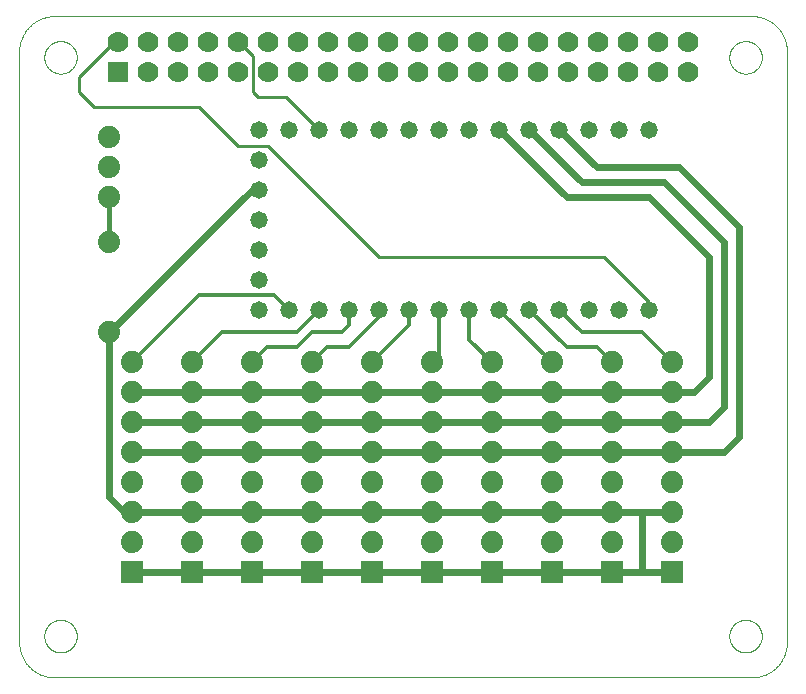
<source format=gtl>
G75*
%MOIN*%
%OFA0B0*%
%FSLAX25Y25*%
%IPPOS*%
%LPD*%
%AMOC8*
5,1,8,0,0,1.08239X$1,22.5*
%
%ADD10C,0.05800*%
%ADD11R,0.07400X0.07400*%
%ADD12C,0.07400*%
%ADD13C,0.00000*%
%ADD14R,0.07000X0.07000*%
%ADD15C,0.07000*%
%ADD16C,0.02400*%
%ADD17C,0.01000*%
%ADD18C,0.01200*%
%ADD19C,0.01600*%
D10*
X0085000Y0127500D03*
X0085000Y0137500D03*
X0095000Y0127500D03*
X0105000Y0127500D03*
X0115000Y0127500D03*
X0125000Y0127500D03*
X0135000Y0127500D03*
X0145000Y0127500D03*
X0155000Y0127500D03*
X0165000Y0127500D03*
X0175000Y0127500D03*
X0185000Y0127500D03*
X0195000Y0127500D03*
X0205000Y0127500D03*
X0215000Y0127500D03*
X0215000Y0187500D03*
X0205000Y0187500D03*
X0195000Y0187500D03*
X0185000Y0187500D03*
X0175000Y0187500D03*
X0165000Y0187500D03*
X0155000Y0187500D03*
X0145000Y0187500D03*
X0135000Y0187500D03*
X0125000Y0187500D03*
X0115000Y0187500D03*
X0105000Y0187500D03*
X0095000Y0187500D03*
X0085000Y0187500D03*
X0085000Y0177500D03*
X0085000Y0167500D03*
X0085000Y0157500D03*
X0085000Y0147500D03*
D11*
X0082500Y0040000D03*
X0062500Y0040000D03*
X0042500Y0040000D03*
X0102500Y0040000D03*
X0122500Y0040000D03*
X0142500Y0040000D03*
X0162500Y0040000D03*
X0182500Y0040000D03*
X0202500Y0040000D03*
X0222500Y0040000D03*
D12*
X0222500Y0050000D03*
X0222500Y0060000D03*
X0222500Y0070000D03*
X0222500Y0080000D03*
X0222500Y0090000D03*
X0222500Y0100000D03*
X0222500Y0110000D03*
X0202500Y0110000D03*
X0202500Y0100000D03*
X0202500Y0090000D03*
X0202500Y0080000D03*
X0202500Y0070000D03*
X0202500Y0060000D03*
X0202500Y0050000D03*
X0182500Y0050000D03*
X0182500Y0060000D03*
X0182500Y0070000D03*
X0182500Y0080000D03*
X0182500Y0090000D03*
X0182500Y0100000D03*
X0182500Y0110000D03*
X0162500Y0110000D03*
X0162500Y0100000D03*
X0162500Y0090000D03*
X0162500Y0080000D03*
X0162500Y0070000D03*
X0162500Y0060000D03*
X0162500Y0050000D03*
X0142500Y0050000D03*
X0142500Y0060000D03*
X0142500Y0070000D03*
X0142500Y0080000D03*
X0142500Y0090000D03*
X0142500Y0100000D03*
X0142500Y0110000D03*
X0122500Y0110000D03*
X0122500Y0100000D03*
X0122500Y0090000D03*
X0122500Y0080000D03*
X0122500Y0070000D03*
X0122500Y0060000D03*
X0122500Y0050000D03*
X0102500Y0050000D03*
X0102500Y0060000D03*
X0102500Y0070000D03*
X0102500Y0080000D03*
X0102500Y0090000D03*
X0102500Y0100000D03*
X0102500Y0110000D03*
X0082500Y0110000D03*
X0082500Y0100000D03*
X0082500Y0090000D03*
X0082500Y0080000D03*
X0082500Y0070000D03*
X0082500Y0060000D03*
X0082500Y0050000D03*
X0062500Y0050000D03*
X0062500Y0060000D03*
X0062500Y0070000D03*
X0062500Y0080000D03*
X0062500Y0090000D03*
X0062500Y0100000D03*
X0062500Y0110000D03*
X0042500Y0110000D03*
X0042500Y0100000D03*
X0042500Y0090000D03*
X0042500Y0080000D03*
X0042500Y0070000D03*
X0042500Y0060000D03*
X0042500Y0050000D03*
X0035000Y0120000D03*
X0035000Y0150000D03*
X0035000Y0165000D03*
X0035000Y0175000D03*
X0035000Y0185000D03*
D13*
X0016811Y0005000D02*
X0249094Y0005000D01*
X0249379Y0005003D01*
X0249665Y0005014D01*
X0249950Y0005031D01*
X0250234Y0005055D01*
X0250518Y0005086D01*
X0250801Y0005124D01*
X0251082Y0005169D01*
X0251363Y0005220D01*
X0251643Y0005278D01*
X0251921Y0005343D01*
X0252197Y0005415D01*
X0252471Y0005493D01*
X0252744Y0005578D01*
X0253014Y0005670D01*
X0253282Y0005768D01*
X0253548Y0005872D01*
X0253811Y0005983D01*
X0254071Y0006100D01*
X0254329Y0006223D01*
X0254583Y0006353D01*
X0254834Y0006489D01*
X0255082Y0006630D01*
X0255326Y0006778D01*
X0255567Y0006931D01*
X0255803Y0007091D01*
X0256036Y0007256D01*
X0256265Y0007426D01*
X0256490Y0007602D01*
X0256710Y0007784D01*
X0256926Y0007970D01*
X0257137Y0008162D01*
X0257344Y0008359D01*
X0257546Y0008561D01*
X0257743Y0008768D01*
X0257935Y0008979D01*
X0258121Y0009195D01*
X0258303Y0009415D01*
X0258479Y0009640D01*
X0258649Y0009869D01*
X0258814Y0010102D01*
X0258974Y0010338D01*
X0259127Y0010579D01*
X0259275Y0010823D01*
X0259416Y0011071D01*
X0259552Y0011322D01*
X0259682Y0011576D01*
X0259805Y0011834D01*
X0259922Y0012094D01*
X0260033Y0012357D01*
X0260137Y0012623D01*
X0260235Y0012891D01*
X0260327Y0013161D01*
X0260412Y0013434D01*
X0260490Y0013708D01*
X0260562Y0013984D01*
X0260627Y0014262D01*
X0260685Y0014542D01*
X0260736Y0014823D01*
X0260781Y0015104D01*
X0260819Y0015387D01*
X0260850Y0015671D01*
X0260874Y0015955D01*
X0260891Y0016240D01*
X0260902Y0016526D01*
X0260905Y0016811D01*
X0260906Y0016811D02*
X0260906Y0213661D01*
X0260905Y0213661D02*
X0260902Y0213946D01*
X0260891Y0214232D01*
X0260874Y0214517D01*
X0260850Y0214801D01*
X0260819Y0215085D01*
X0260781Y0215368D01*
X0260736Y0215649D01*
X0260685Y0215930D01*
X0260627Y0216210D01*
X0260562Y0216488D01*
X0260490Y0216764D01*
X0260412Y0217038D01*
X0260327Y0217311D01*
X0260235Y0217581D01*
X0260137Y0217849D01*
X0260033Y0218115D01*
X0259922Y0218378D01*
X0259805Y0218638D01*
X0259682Y0218896D01*
X0259552Y0219150D01*
X0259416Y0219401D01*
X0259275Y0219649D01*
X0259127Y0219893D01*
X0258974Y0220134D01*
X0258814Y0220370D01*
X0258649Y0220603D01*
X0258479Y0220832D01*
X0258303Y0221057D01*
X0258121Y0221277D01*
X0257935Y0221493D01*
X0257743Y0221704D01*
X0257546Y0221911D01*
X0257344Y0222113D01*
X0257137Y0222310D01*
X0256926Y0222502D01*
X0256710Y0222688D01*
X0256490Y0222870D01*
X0256265Y0223046D01*
X0256036Y0223216D01*
X0255803Y0223381D01*
X0255567Y0223541D01*
X0255326Y0223694D01*
X0255082Y0223842D01*
X0254834Y0223983D01*
X0254583Y0224119D01*
X0254329Y0224249D01*
X0254071Y0224372D01*
X0253811Y0224489D01*
X0253548Y0224600D01*
X0253282Y0224704D01*
X0253014Y0224802D01*
X0252744Y0224894D01*
X0252471Y0224979D01*
X0252197Y0225057D01*
X0251921Y0225129D01*
X0251643Y0225194D01*
X0251363Y0225252D01*
X0251082Y0225303D01*
X0250801Y0225348D01*
X0250518Y0225386D01*
X0250234Y0225417D01*
X0249950Y0225441D01*
X0249665Y0225458D01*
X0249379Y0225469D01*
X0249094Y0225472D01*
X0016811Y0225472D01*
X0016526Y0225469D01*
X0016240Y0225458D01*
X0015955Y0225441D01*
X0015671Y0225417D01*
X0015387Y0225386D01*
X0015104Y0225348D01*
X0014823Y0225303D01*
X0014542Y0225252D01*
X0014262Y0225194D01*
X0013984Y0225129D01*
X0013708Y0225057D01*
X0013434Y0224979D01*
X0013161Y0224894D01*
X0012891Y0224802D01*
X0012623Y0224704D01*
X0012357Y0224600D01*
X0012094Y0224489D01*
X0011834Y0224372D01*
X0011576Y0224249D01*
X0011322Y0224119D01*
X0011071Y0223983D01*
X0010823Y0223842D01*
X0010579Y0223694D01*
X0010338Y0223541D01*
X0010102Y0223381D01*
X0009869Y0223216D01*
X0009640Y0223046D01*
X0009415Y0222870D01*
X0009195Y0222688D01*
X0008979Y0222502D01*
X0008768Y0222310D01*
X0008561Y0222113D01*
X0008359Y0221911D01*
X0008162Y0221704D01*
X0007970Y0221493D01*
X0007784Y0221277D01*
X0007602Y0221057D01*
X0007426Y0220832D01*
X0007256Y0220603D01*
X0007091Y0220370D01*
X0006931Y0220134D01*
X0006778Y0219893D01*
X0006630Y0219649D01*
X0006489Y0219401D01*
X0006353Y0219150D01*
X0006223Y0218896D01*
X0006100Y0218638D01*
X0005983Y0218378D01*
X0005872Y0218115D01*
X0005768Y0217849D01*
X0005670Y0217581D01*
X0005578Y0217311D01*
X0005493Y0217038D01*
X0005415Y0216764D01*
X0005343Y0216488D01*
X0005278Y0216210D01*
X0005220Y0215930D01*
X0005169Y0215649D01*
X0005124Y0215368D01*
X0005086Y0215085D01*
X0005055Y0214801D01*
X0005031Y0214517D01*
X0005014Y0214232D01*
X0005003Y0213946D01*
X0005000Y0213661D01*
X0005000Y0016811D01*
X0005003Y0016526D01*
X0005014Y0016240D01*
X0005031Y0015955D01*
X0005055Y0015671D01*
X0005086Y0015387D01*
X0005124Y0015104D01*
X0005169Y0014823D01*
X0005220Y0014542D01*
X0005278Y0014262D01*
X0005343Y0013984D01*
X0005415Y0013708D01*
X0005493Y0013434D01*
X0005578Y0013161D01*
X0005670Y0012891D01*
X0005768Y0012623D01*
X0005872Y0012357D01*
X0005983Y0012094D01*
X0006100Y0011834D01*
X0006223Y0011576D01*
X0006353Y0011322D01*
X0006489Y0011071D01*
X0006630Y0010823D01*
X0006778Y0010579D01*
X0006931Y0010338D01*
X0007091Y0010102D01*
X0007256Y0009869D01*
X0007426Y0009640D01*
X0007602Y0009415D01*
X0007784Y0009195D01*
X0007970Y0008979D01*
X0008162Y0008768D01*
X0008359Y0008561D01*
X0008561Y0008359D01*
X0008768Y0008162D01*
X0008979Y0007970D01*
X0009195Y0007784D01*
X0009415Y0007602D01*
X0009640Y0007426D01*
X0009869Y0007256D01*
X0010102Y0007091D01*
X0010338Y0006931D01*
X0010579Y0006778D01*
X0010823Y0006630D01*
X0011071Y0006489D01*
X0011322Y0006353D01*
X0011576Y0006223D01*
X0011834Y0006100D01*
X0012094Y0005983D01*
X0012357Y0005872D01*
X0012623Y0005768D01*
X0012891Y0005670D01*
X0013161Y0005578D01*
X0013434Y0005493D01*
X0013708Y0005415D01*
X0013984Y0005343D01*
X0014262Y0005278D01*
X0014542Y0005220D01*
X0014823Y0005169D01*
X0015104Y0005124D01*
X0015387Y0005086D01*
X0015671Y0005055D01*
X0015955Y0005031D01*
X0016240Y0005014D01*
X0016526Y0005003D01*
X0016811Y0005000D01*
X0013367Y0018780D02*
X0013369Y0018927D01*
X0013375Y0019073D01*
X0013385Y0019219D01*
X0013399Y0019365D01*
X0013417Y0019511D01*
X0013438Y0019656D01*
X0013464Y0019800D01*
X0013494Y0019944D01*
X0013527Y0020086D01*
X0013564Y0020228D01*
X0013605Y0020369D01*
X0013650Y0020508D01*
X0013699Y0020647D01*
X0013751Y0020784D01*
X0013808Y0020919D01*
X0013867Y0021053D01*
X0013931Y0021185D01*
X0013998Y0021315D01*
X0014068Y0021444D01*
X0014142Y0021571D01*
X0014219Y0021695D01*
X0014300Y0021818D01*
X0014384Y0021938D01*
X0014471Y0022056D01*
X0014561Y0022171D01*
X0014654Y0022284D01*
X0014751Y0022395D01*
X0014850Y0022503D01*
X0014952Y0022608D01*
X0015057Y0022710D01*
X0015165Y0022809D01*
X0015276Y0022906D01*
X0015389Y0022999D01*
X0015504Y0023089D01*
X0015622Y0023176D01*
X0015742Y0023260D01*
X0015865Y0023341D01*
X0015989Y0023418D01*
X0016116Y0023492D01*
X0016245Y0023562D01*
X0016375Y0023629D01*
X0016507Y0023693D01*
X0016641Y0023752D01*
X0016776Y0023809D01*
X0016913Y0023861D01*
X0017052Y0023910D01*
X0017191Y0023955D01*
X0017332Y0023996D01*
X0017474Y0024033D01*
X0017616Y0024066D01*
X0017760Y0024096D01*
X0017904Y0024122D01*
X0018049Y0024143D01*
X0018195Y0024161D01*
X0018341Y0024175D01*
X0018487Y0024185D01*
X0018633Y0024191D01*
X0018780Y0024193D01*
X0018927Y0024191D01*
X0019073Y0024185D01*
X0019219Y0024175D01*
X0019365Y0024161D01*
X0019511Y0024143D01*
X0019656Y0024122D01*
X0019800Y0024096D01*
X0019944Y0024066D01*
X0020086Y0024033D01*
X0020228Y0023996D01*
X0020369Y0023955D01*
X0020508Y0023910D01*
X0020647Y0023861D01*
X0020784Y0023809D01*
X0020919Y0023752D01*
X0021053Y0023693D01*
X0021185Y0023629D01*
X0021315Y0023562D01*
X0021444Y0023492D01*
X0021571Y0023418D01*
X0021695Y0023341D01*
X0021818Y0023260D01*
X0021938Y0023176D01*
X0022056Y0023089D01*
X0022171Y0022999D01*
X0022284Y0022906D01*
X0022395Y0022809D01*
X0022503Y0022710D01*
X0022608Y0022608D01*
X0022710Y0022503D01*
X0022809Y0022395D01*
X0022906Y0022284D01*
X0022999Y0022171D01*
X0023089Y0022056D01*
X0023176Y0021938D01*
X0023260Y0021818D01*
X0023341Y0021695D01*
X0023418Y0021571D01*
X0023492Y0021444D01*
X0023562Y0021315D01*
X0023629Y0021185D01*
X0023693Y0021053D01*
X0023752Y0020919D01*
X0023809Y0020784D01*
X0023861Y0020647D01*
X0023910Y0020508D01*
X0023955Y0020369D01*
X0023996Y0020228D01*
X0024033Y0020086D01*
X0024066Y0019944D01*
X0024096Y0019800D01*
X0024122Y0019656D01*
X0024143Y0019511D01*
X0024161Y0019365D01*
X0024175Y0019219D01*
X0024185Y0019073D01*
X0024191Y0018927D01*
X0024193Y0018780D01*
X0024191Y0018633D01*
X0024185Y0018487D01*
X0024175Y0018341D01*
X0024161Y0018195D01*
X0024143Y0018049D01*
X0024122Y0017904D01*
X0024096Y0017760D01*
X0024066Y0017616D01*
X0024033Y0017474D01*
X0023996Y0017332D01*
X0023955Y0017191D01*
X0023910Y0017052D01*
X0023861Y0016913D01*
X0023809Y0016776D01*
X0023752Y0016641D01*
X0023693Y0016507D01*
X0023629Y0016375D01*
X0023562Y0016245D01*
X0023492Y0016116D01*
X0023418Y0015989D01*
X0023341Y0015865D01*
X0023260Y0015742D01*
X0023176Y0015622D01*
X0023089Y0015504D01*
X0022999Y0015389D01*
X0022906Y0015276D01*
X0022809Y0015165D01*
X0022710Y0015057D01*
X0022608Y0014952D01*
X0022503Y0014850D01*
X0022395Y0014751D01*
X0022284Y0014654D01*
X0022171Y0014561D01*
X0022056Y0014471D01*
X0021938Y0014384D01*
X0021818Y0014300D01*
X0021695Y0014219D01*
X0021571Y0014142D01*
X0021444Y0014068D01*
X0021315Y0013998D01*
X0021185Y0013931D01*
X0021053Y0013867D01*
X0020919Y0013808D01*
X0020784Y0013751D01*
X0020647Y0013699D01*
X0020508Y0013650D01*
X0020369Y0013605D01*
X0020228Y0013564D01*
X0020086Y0013527D01*
X0019944Y0013494D01*
X0019800Y0013464D01*
X0019656Y0013438D01*
X0019511Y0013417D01*
X0019365Y0013399D01*
X0019219Y0013385D01*
X0019073Y0013375D01*
X0018927Y0013369D01*
X0018780Y0013367D01*
X0018633Y0013369D01*
X0018487Y0013375D01*
X0018341Y0013385D01*
X0018195Y0013399D01*
X0018049Y0013417D01*
X0017904Y0013438D01*
X0017760Y0013464D01*
X0017616Y0013494D01*
X0017474Y0013527D01*
X0017332Y0013564D01*
X0017191Y0013605D01*
X0017052Y0013650D01*
X0016913Y0013699D01*
X0016776Y0013751D01*
X0016641Y0013808D01*
X0016507Y0013867D01*
X0016375Y0013931D01*
X0016245Y0013998D01*
X0016116Y0014068D01*
X0015989Y0014142D01*
X0015865Y0014219D01*
X0015742Y0014300D01*
X0015622Y0014384D01*
X0015504Y0014471D01*
X0015389Y0014561D01*
X0015276Y0014654D01*
X0015165Y0014751D01*
X0015057Y0014850D01*
X0014952Y0014952D01*
X0014850Y0015057D01*
X0014751Y0015165D01*
X0014654Y0015276D01*
X0014561Y0015389D01*
X0014471Y0015504D01*
X0014384Y0015622D01*
X0014300Y0015742D01*
X0014219Y0015865D01*
X0014142Y0015989D01*
X0014068Y0016116D01*
X0013998Y0016245D01*
X0013931Y0016375D01*
X0013867Y0016507D01*
X0013808Y0016641D01*
X0013751Y0016776D01*
X0013699Y0016913D01*
X0013650Y0017052D01*
X0013605Y0017191D01*
X0013564Y0017332D01*
X0013527Y0017474D01*
X0013494Y0017616D01*
X0013464Y0017760D01*
X0013438Y0017904D01*
X0013417Y0018049D01*
X0013399Y0018195D01*
X0013385Y0018341D01*
X0013375Y0018487D01*
X0013369Y0018633D01*
X0013367Y0018780D01*
X0013367Y0211693D02*
X0013369Y0211840D01*
X0013375Y0211986D01*
X0013385Y0212132D01*
X0013399Y0212278D01*
X0013417Y0212424D01*
X0013438Y0212569D01*
X0013464Y0212713D01*
X0013494Y0212857D01*
X0013527Y0212999D01*
X0013564Y0213141D01*
X0013605Y0213282D01*
X0013650Y0213421D01*
X0013699Y0213560D01*
X0013751Y0213697D01*
X0013808Y0213832D01*
X0013867Y0213966D01*
X0013931Y0214098D01*
X0013998Y0214228D01*
X0014068Y0214357D01*
X0014142Y0214484D01*
X0014219Y0214608D01*
X0014300Y0214731D01*
X0014384Y0214851D01*
X0014471Y0214969D01*
X0014561Y0215084D01*
X0014654Y0215197D01*
X0014751Y0215308D01*
X0014850Y0215416D01*
X0014952Y0215521D01*
X0015057Y0215623D01*
X0015165Y0215722D01*
X0015276Y0215819D01*
X0015389Y0215912D01*
X0015504Y0216002D01*
X0015622Y0216089D01*
X0015742Y0216173D01*
X0015865Y0216254D01*
X0015989Y0216331D01*
X0016116Y0216405D01*
X0016245Y0216475D01*
X0016375Y0216542D01*
X0016507Y0216606D01*
X0016641Y0216665D01*
X0016776Y0216722D01*
X0016913Y0216774D01*
X0017052Y0216823D01*
X0017191Y0216868D01*
X0017332Y0216909D01*
X0017474Y0216946D01*
X0017616Y0216979D01*
X0017760Y0217009D01*
X0017904Y0217035D01*
X0018049Y0217056D01*
X0018195Y0217074D01*
X0018341Y0217088D01*
X0018487Y0217098D01*
X0018633Y0217104D01*
X0018780Y0217106D01*
X0018927Y0217104D01*
X0019073Y0217098D01*
X0019219Y0217088D01*
X0019365Y0217074D01*
X0019511Y0217056D01*
X0019656Y0217035D01*
X0019800Y0217009D01*
X0019944Y0216979D01*
X0020086Y0216946D01*
X0020228Y0216909D01*
X0020369Y0216868D01*
X0020508Y0216823D01*
X0020647Y0216774D01*
X0020784Y0216722D01*
X0020919Y0216665D01*
X0021053Y0216606D01*
X0021185Y0216542D01*
X0021315Y0216475D01*
X0021444Y0216405D01*
X0021571Y0216331D01*
X0021695Y0216254D01*
X0021818Y0216173D01*
X0021938Y0216089D01*
X0022056Y0216002D01*
X0022171Y0215912D01*
X0022284Y0215819D01*
X0022395Y0215722D01*
X0022503Y0215623D01*
X0022608Y0215521D01*
X0022710Y0215416D01*
X0022809Y0215308D01*
X0022906Y0215197D01*
X0022999Y0215084D01*
X0023089Y0214969D01*
X0023176Y0214851D01*
X0023260Y0214731D01*
X0023341Y0214608D01*
X0023418Y0214484D01*
X0023492Y0214357D01*
X0023562Y0214228D01*
X0023629Y0214098D01*
X0023693Y0213966D01*
X0023752Y0213832D01*
X0023809Y0213697D01*
X0023861Y0213560D01*
X0023910Y0213421D01*
X0023955Y0213282D01*
X0023996Y0213141D01*
X0024033Y0212999D01*
X0024066Y0212857D01*
X0024096Y0212713D01*
X0024122Y0212569D01*
X0024143Y0212424D01*
X0024161Y0212278D01*
X0024175Y0212132D01*
X0024185Y0211986D01*
X0024191Y0211840D01*
X0024193Y0211693D01*
X0024191Y0211546D01*
X0024185Y0211400D01*
X0024175Y0211254D01*
X0024161Y0211108D01*
X0024143Y0210962D01*
X0024122Y0210817D01*
X0024096Y0210673D01*
X0024066Y0210529D01*
X0024033Y0210387D01*
X0023996Y0210245D01*
X0023955Y0210104D01*
X0023910Y0209965D01*
X0023861Y0209826D01*
X0023809Y0209689D01*
X0023752Y0209554D01*
X0023693Y0209420D01*
X0023629Y0209288D01*
X0023562Y0209158D01*
X0023492Y0209029D01*
X0023418Y0208902D01*
X0023341Y0208778D01*
X0023260Y0208655D01*
X0023176Y0208535D01*
X0023089Y0208417D01*
X0022999Y0208302D01*
X0022906Y0208189D01*
X0022809Y0208078D01*
X0022710Y0207970D01*
X0022608Y0207865D01*
X0022503Y0207763D01*
X0022395Y0207664D01*
X0022284Y0207567D01*
X0022171Y0207474D01*
X0022056Y0207384D01*
X0021938Y0207297D01*
X0021818Y0207213D01*
X0021695Y0207132D01*
X0021571Y0207055D01*
X0021444Y0206981D01*
X0021315Y0206911D01*
X0021185Y0206844D01*
X0021053Y0206780D01*
X0020919Y0206721D01*
X0020784Y0206664D01*
X0020647Y0206612D01*
X0020508Y0206563D01*
X0020369Y0206518D01*
X0020228Y0206477D01*
X0020086Y0206440D01*
X0019944Y0206407D01*
X0019800Y0206377D01*
X0019656Y0206351D01*
X0019511Y0206330D01*
X0019365Y0206312D01*
X0019219Y0206298D01*
X0019073Y0206288D01*
X0018927Y0206282D01*
X0018780Y0206280D01*
X0018633Y0206282D01*
X0018487Y0206288D01*
X0018341Y0206298D01*
X0018195Y0206312D01*
X0018049Y0206330D01*
X0017904Y0206351D01*
X0017760Y0206377D01*
X0017616Y0206407D01*
X0017474Y0206440D01*
X0017332Y0206477D01*
X0017191Y0206518D01*
X0017052Y0206563D01*
X0016913Y0206612D01*
X0016776Y0206664D01*
X0016641Y0206721D01*
X0016507Y0206780D01*
X0016375Y0206844D01*
X0016245Y0206911D01*
X0016116Y0206981D01*
X0015989Y0207055D01*
X0015865Y0207132D01*
X0015742Y0207213D01*
X0015622Y0207297D01*
X0015504Y0207384D01*
X0015389Y0207474D01*
X0015276Y0207567D01*
X0015165Y0207664D01*
X0015057Y0207763D01*
X0014952Y0207865D01*
X0014850Y0207970D01*
X0014751Y0208078D01*
X0014654Y0208189D01*
X0014561Y0208302D01*
X0014471Y0208417D01*
X0014384Y0208535D01*
X0014300Y0208655D01*
X0014219Y0208778D01*
X0014142Y0208902D01*
X0014068Y0209029D01*
X0013998Y0209158D01*
X0013931Y0209288D01*
X0013867Y0209420D01*
X0013808Y0209554D01*
X0013751Y0209689D01*
X0013699Y0209826D01*
X0013650Y0209965D01*
X0013605Y0210104D01*
X0013564Y0210245D01*
X0013527Y0210387D01*
X0013494Y0210529D01*
X0013464Y0210673D01*
X0013438Y0210817D01*
X0013417Y0210962D01*
X0013399Y0211108D01*
X0013385Y0211254D01*
X0013375Y0211400D01*
X0013369Y0211546D01*
X0013367Y0211693D01*
X0241713Y0211693D02*
X0241715Y0211840D01*
X0241721Y0211986D01*
X0241731Y0212132D01*
X0241745Y0212278D01*
X0241763Y0212424D01*
X0241784Y0212569D01*
X0241810Y0212713D01*
X0241840Y0212857D01*
X0241873Y0212999D01*
X0241910Y0213141D01*
X0241951Y0213282D01*
X0241996Y0213421D01*
X0242045Y0213560D01*
X0242097Y0213697D01*
X0242154Y0213832D01*
X0242213Y0213966D01*
X0242277Y0214098D01*
X0242344Y0214228D01*
X0242414Y0214357D01*
X0242488Y0214484D01*
X0242565Y0214608D01*
X0242646Y0214731D01*
X0242730Y0214851D01*
X0242817Y0214969D01*
X0242907Y0215084D01*
X0243000Y0215197D01*
X0243097Y0215308D01*
X0243196Y0215416D01*
X0243298Y0215521D01*
X0243403Y0215623D01*
X0243511Y0215722D01*
X0243622Y0215819D01*
X0243735Y0215912D01*
X0243850Y0216002D01*
X0243968Y0216089D01*
X0244088Y0216173D01*
X0244211Y0216254D01*
X0244335Y0216331D01*
X0244462Y0216405D01*
X0244591Y0216475D01*
X0244721Y0216542D01*
X0244853Y0216606D01*
X0244987Y0216665D01*
X0245122Y0216722D01*
X0245259Y0216774D01*
X0245398Y0216823D01*
X0245537Y0216868D01*
X0245678Y0216909D01*
X0245820Y0216946D01*
X0245962Y0216979D01*
X0246106Y0217009D01*
X0246250Y0217035D01*
X0246395Y0217056D01*
X0246541Y0217074D01*
X0246687Y0217088D01*
X0246833Y0217098D01*
X0246979Y0217104D01*
X0247126Y0217106D01*
X0247273Y0217104D01*
X0247419Y0217098D01*
X0247565Y0217088D01*
X0247711Y0217074D01*
X0247857Y0217056D01*
X0248002Y0217035D01*
X0248146Y0217009D01*
X0248290Y0216979D01*
X0248432Y0216946D01*
X0248574Y0216909D01*
X0248715Y0216868D01*
X0248854Y0216823D01*
X0248993Y0216774D01*
X0249130Y0216722D01*
X0249265Y0216665D01*
X0249399Y0216606D01*
X0249531Y0216542D01*
X0249661Y0216475D01*
X0249790Y0216405D01*
X0249917Y0216331D01*
X0250041Y0216254D01*
X0250164Y0216173D01*
X0250284Y0216089D01*
X0250402Y0216002D01*
X0250517Y0215912D01*
X0250630Y0215819D01*
X0250741Y0215722D01*
X0250849Y0215623D01*
X0250954Y0215521D01*
X0251056Y0215416D01*
X0251155Y0215308D01*
X0251252Y0215197D01*
X0251345Y0215084D01*
X0251435Y0214969D01*
X0251522Y0214851D01*
X0251606Y0214731D01*
X0251687Y0214608D01*
X0251764Y0214484D01*
X0251838Y0214357D01*
X0251908Y0214228D01*
X0251975Y0214098D01*
X0252039Y0213966D01*
X0252098Y0213832D01*
X0252155Y0213697D01*
X0252207Y0213560D01*
X0252256Y0213421D01*
X0252301Y0213282D01*
X0252342Y0213141D01*
X0252379Y0212999D01*
X0252412Y0212857D01*
X0252442Y0212713D01*
X0252468Y0212569D01*
X0252489Y0212424D01*
X0252507Y0212278D01*
X0252521Y0212132D01*
X0252531Y0211986D01*
X0252537Y0211840D01*
X0252539Y0211693D01*
X0252537Y0211546D01*
X0252531Y0211400D01*
X0252521Y0211254D01*
X0252507Y0211108D01*
X0252489Y0210962D01*
X0252468Y0210817D01*
X0252442Y0210673D01*
X0252412Y0210529D01*
X0252379Y0210387D01*
X0252342Y0210245D01*
X0252301Y0210104D01*
X0252256Y0209965D01*
X0252207Y0209826D01*
X0252155Y0209689D01*
X0252098Y0209554D01*
X0252039Y0209420D01*
X0251975Y0209288D01*
X0251908Y0209158D01*
X0251838Y0209029D01*
X0251764Y0208902D01*
X0251687Y0208778D01*
X0251606Y0208655D01*
X0251522Y0208535D01*
X0251435Y0208417D01*
X0251345Y0208302D01*
X0251252Y0208189D01*
X0251155Y0208078D01*
X0251056Y0207970D01*
X0250954Y0207865D01*
X0250849Y0207763D01*
X0250741Y0207664D01*
X0250630Y0207567D01*
X0250517Y0207474D01*
X0250402Y0207384D01*
X0250284Y0207297D01*
X0250164Y0207213D01*
X0250041Y0207132D01*
X0249917Y0207055D01*
X0249790Y0206981D01*
X0249661Y0206911D01*
X0249531Y0206844D01*
X0249399Y0206780D01*
X0249265Y0206721D01*
X0249130Y0206664D01*
X0248993Y0206612D01*
X0248854Y0206563D01*
X0248715Y0206518D01*
X0248574Y0206477D01*
X0248432Y0206440D01*
X0248290Y0206407D01*
X0248146Y0206377D01*
X0248002Y0206351D01*
X0247857Y0206330D01*
X0247711Y0206312D01*
X0247565Y0206298D01*
X0247419Y0206288D01*
X0247273Y0206282D01*
X0247126Y0206280D01*
X0246979Y0206282D01*
X0246833Y0206288D01*
X0246687Y0206298D01*
X0246541Y0206312D01*
X0246395Y0206330D01*
X0246250Y0206351D01*
X0246106Y0206377D01*
X0245962Y0206407D01*
X0245820Y0206440D01*
X0245678Y0206477D01*
X0245537Y0206518D01*
X0245398Y0206563D01*
X0245259Y0206612D01*
X0245122Y0206664D01*
X0244987Y0206721D01*
X0244853Y0206780D01*
X0244721Y0206844D01*
X0244591Y0206911D01*
X0244462Y0206981D01*
X0244335Y0207055D01*
X0244211Y0207132D01*
X0244088Y0207213D01*
X0243968Y0207297D01*
X0243850Y0207384D01*
X0243735Y0207474D01*
X0243622Y0207567D01*
X0243511Y0207664D01*
X0243403Y0207763D01*
X0243298Y0207865D01*
X0243196Y0207970D01*
X0243097Y0208078D01*
X0243000Y0208189D01*
X0242907Y0208302D01*
X0242817Y0208417D01*
X0242730Y0208535D01*
X0242646Y0208655D01*
X0242565Y0208778D01*
X0242488Y0208902D01*
X0242414Y0209029D01*
X0242344Y0209158D01*
X0242277Y0209288D01*
X0242213Y0209420D01*
X0242154Y0209554D01*
X0242097Y0209689D01*
X0242045Y0209826D01*
X0241996Y0209965D01*
X0241951Y0210104D01*
X0241910Y0210245D01*
X0241873Y0210387D01*
X0241840Y0210529D01*
X0241810Y0210673D01*
X0241784Y0210817D01*
X0241763Y0210962D01*
X0241745Y0211108D01*
X0241731Y0211254D01*
X0241721Y0211400D01*
X0241715Y0211546D01*
X0241713Y0211693D01*
X0241713Y0018780D02*
X0241715Y0018927D01*
X0241721Y0019073D01*
X0241731Y0019219D01*
X0241745Y0019365D01*
X0241763Y0019511D01*
X0241784Y0019656D01*
X0241810Y0019800D01*
X0241840Y0019944D01*
X0241873Y0020086D01*
X0241910Y0020228D01*
X0241951Y0020369D01*
X0241996Y0020508D01*
X0242045Y0020647D01*
X0242097Y0020784D01*
X0242154Y0020919D01*
X0242213Y0021053D01*
X0242277Y0021185D01*
X0242344Y0021315D01*
X0242414Y0021444D01*
X0242488Y0021571D01*
X0242565Y0021695D01*
X0242646Y0021818D01*
X0242730Y0021938D01*
X0242817Y0022056D01*
X0242907Y0022171D01*
X0243000Y0022284D01*
X0243097Y0022395D01*
X0243196Y0022503D01*
X0243298Y0022608D01*
X0243403Y0022710D01*
X0243511Y0022809D01*
X0243622Y0022906D01*
X0243735Y0022999D01*
X0243850Y0023089D01*
X0243968Y0023176D01*
X0244088Y0023260D01*
X0244211Y0023341D01*
X0244335Y0023418D01*
X0244462Y0023492D01*
X0244591Y0023562D01*
X0244721Y0023629D01*
X0244853Y0023693D01*
X0244987Y0023752D01*
X0245122Y0023809D01*
X0245259Y0023861D01*
X0245398Y0023910D01*
X0245537Y0023955D01*
X0245678Y0023996D01*
X0245820Y0024033D01*
X0245962Y0024066D01*
X0246106Y0024096D01*
X0246250Y0024122D01*
X0246395Y0024143D01*
X0246541Y0024161D01*
X0246687Y0024175D01*
X0246833Y0024185D01*
X0246979Y0024191D01*
X0247126Y0024193D01*
X0247273Y0024191D01*
X0247419Y0024185D01*
X0247565Y0024175D01*
X0247711Y0024161D01*
X0247857Y0024143D01*
X0248002Y0024122D01*
X0248146Y0024096D01*
X0248290Y0024066D01*
X0248432Y0024033D01*
X0248574Y0023996D01*
X0248715Y0023955D01*
X0248854Y0023910D01*
X0248993Y0023861D01*
X0249130Y0023809D01*
X0249265Y0023752D01*
X0249399Y0023693D01*
X0249531Y0023629D01*
X0249661Y0023562D01*
X0249790Y0023492D01*
X0249917Y0023418D01*
X0250041Y0023341D01*
X0250164Y0023260D01*
X0250284Y0023176D01*
X0250402Y0023089D01*
X0250517Y0022999D01*
X0250630Y0022906D01*
X0250741Y0022809D01*
X0250849Y0022710D01*
X0250954Y0022608D01*
X0251056Y0022503D01*
X0251155Y0022395D01*
X0251252Y0022284D01*
X0251345Y0022171D01*
X0251435Y0022056D01*
X0251522Y0021938D01*
X0251606Y0021818D01*
X0251687Y0021695D01*
X0251764Y0021571D01*
X0251838Y0021444D01*
X0251908Y0021315D01*
X0251975Y0021185D01*
X0252039Y0021053D01*
X0252098Y0020919D01*
X0252155Y0020784D01*
X0252207Y0020647D01*
X0252256Y0020508D01*
X0252301Y0020369D01*
X0252342Y0020228D01*
X0252379Y0020086D01*
X0252412Y0019944D01*
X0252442Y0019800D01*
X0252468Y0019656D01*
X0252489Y0019511D01*
X0252507Y0019365D01*
X0252521Y0019219D01*
X0252531Y0019073D01*
X0252537Y0018927D01*
X0252539Y0018780D01*
X0252537Y0018633D01*
X0252531Y0018487D01*
X0252521Y0018341D01*
X0252507Y0018195D01*
X0252489Y0018049D01*
X0252468Y0017904D01*
X0252442Y0017760D01*
X0252412Y0017616D01*
X0252379Y0017474D01*
X0252342Y0017332D01*
X0252301Y0017191D01*
X0252256Y0017052D01*
X0252207Y0016913D01*
X0252155Y0016776D01*
X0252098Y0016641D01*
X0252039Y0016507D01*
X0251975Y0016375D01*
X0251908Y0016245D01*
X0251838Y0016116D01*
X0251764Y0015989D01*
X0251687Y0015865D01*
X0251606Y0015742D01*
X0251522Y0015622D01*
X0251435Y0015504D01*
X0251345Y0015389D01*
X0251252Y0015276D01*
X0251155Y0015165D01*
X0251056Y0015057D01*
X0250954Y0014952D01*
X0250849Y0014850D01*
X0250741Y0014751D01*
X0250630Y0014654D01*
X0250517Y0014561D01*
X0250402Y0014471D01*
X0250284Y0014384D01*
X0250164Y0014300D01*
X0250041Y0014219D01*
X0249917Y0014142D01*
X0249790Y0014068D01*
X0249661Y0013998D01*
X0249531Y0013931D01*
X0249399Y0013867D01*
X0249265Y0013808D01*
X0249130Y0013751D01*
X0248993Y0013699D01*
X0248854Y0013650D01*
X0248715Y0013605D01*
X0248574Y0013564D01*
X0248432Y0013527D01*
X0248290Y0013494D01*
X0248146Y0013464D01*
X0248002Y0013438D01*
X0247857Y0013417D01*
X0247711Y0013399D01*
X0247565Y0013385D01*
X0247419Y0013375D01*
X0247273Y0013369D01*
X0247126Y0013367D01*
X0246979Y0013369D01*
X0246833Y0013375D01*
X0246687Y0013385D01*
X0246541Y0013399D01*
X0246395Y0013417D01*
X0246250Y0013438D01*
X0246106Y0013464D01*
X0245962Y0013494D01*
X0245820Y0013527D01*
X0245678Y0013564D01*
X0245537Y0013605D01*
X0245398Y0013650D01*
X0245259Y0013699D01*
X0245122Y0013751D01*
X0244987Y0013808D01*
X0244853Y0013867D01*
X0244721Y0013931D01*
X0244591Y0013998D01*
X0244462Y0014068D01*
X0244335Y0014142D01*
X0244211Y0014219D01*
X0244088Y0014300D01*
X0243968Y0014384D01*
X0243850Y0014471D01*
X0243735Y0014561D01*
X0243622Y0014654D01*
X0243511Y0014751D01*
X0243403Y0014850D01*
X0243298Y0014952D01*
X0243196Y0015057D01*
X0243097Y0015165D01*
X0243000Y0015276D01*
X0242907Y0015389D01*
X0242817Y0015504D01*
X0242730Y0015622D01*
X0242646Y0015742D01*
X0242565Y0015865D01*
X0242488Y0015989D01*
X0242414Y0016116D01*
X0242344Y0016245D01*
X0242277Y0016375D01*
X0242213Y0016507D01*
X0242154Y0016641D01*
X0242097Y0016776D01*
X0242045Y0016913D01*
X0241996Y0017052D01*
X0241951Y0017191D01*
X0241910Y0017332D01*
X0241873Y0017474D01*
X0241840Y0017616D01*
X0241810Y0017760D01*
X0241784Y0017904D01*
X0241763Y0018049D01*
X0241745Y0018195D01*
X0241731Y0018341D01*
X0241721Y0018487D01*
X0241715Y0018633D01*
X0241713Y0018780D01*
D14*
X0037953Y0206693D03*
D15*
X0047953Y0206693D03*
X0057953Y0206693D03*
X0067953Y0206693D03*
X0077953Y0206693D03*
X0087953Y0206693D03*
X0097953Y0206693D03*
X0107953Y0206693D03*
X0117953Y0206693D03*
X0127953Y0206693D03*
X0137953Y0206693D03*
X0147953Y0206693D03*
X0157953Y0206693D03*
X0167953Y0206693D03*
X0177953Y0206693D03*
X0187953Y0206693D03*
X0197953Y0206693D03*
X0207953Y0206693D03*
X0217953Y0206693D03*
X0227953Y0206693D03*
X0227953Y0216693D03*
X0217953Y0216693D03*
X0207953Y0216693D03*
X0197953Y0216693D03*
X0187953Y0216693D03*
X0177953Y0216693D03*
X0167953Y0216693D03*
X0157953Y0216693D03*
X0147953Y0216693D03*
X0137953Y0216693D03*
X0127953Y0216693D03*
X0117953Y0216693D03*
X0107953Y0216693D03*
X0097953Y0216693D03*
X0087953Y0216693D03*
X0077953Y0216693D03*
X0067953Y0216693D03*
X0057953Y0216693D03*
X0047953Y0216693D03*
X0037953Y0216693D03*
D16*
X0082500Y0167500D02*
X0085000Y0167500D01*
X0082500Y0167500D02*
X0035000Y0120000D01*
X0035000Y0065000D01*
X0040000Y0060000D01*
X0042500Y0060000D01*
X0062500Y0060000D01*
X0082500Y0060000D01*
X0102500Y0060000D01*
X0122500Y0060000D01*
X0142500Y0060000D01*
X0162500Y0060000D01*
X0182500Y0060000D01*
X0202500Y0060000D01*
X0212500Y0060000D01*
X0212500Y0040000D01*
X0222500Y0040000D01*
X0212500Y0040000D02*
X0202500Y0040000D01*
X0182500Y0040000D01*
X0162500Y0040000D01*
X0142500Y0040000D01*
X0122500Y0040000D01*
X0102500Y0040000D01*
X0082500Y0040000D01*
X0062500Y0040000D01*
X0042500Y0040000D01*
X0042500Y0080000D02*
X0062500Y0080000D01*
X0082500Y0080000D01*
X0102500Y0080000D01*
X0122500Y0080000D01*
X0142500Y0080000D01*
X0162500Y0080000D01*
X0182500Y0080000D01*
X0202500Y0080000D01*
X0222500Y0080000D01*
X0240000Y0080000D01*
X0245000Y0085000D01*
X0245000Y0155000D01*
X0225000Y0175000D01*
X0197500Y0175000D01*
X0185000Y0187500D01*
X0175000Y0187500D02*
X0192500Y0170000D01*
X0220000Y0170000D01*
X0240000Y0150000D01*
X0240000Y0095000D01*
X0235000Y0090000D01*
X0222500Y0090000D01*
X0202500Y0090000D01*
X0182500Y0090000D01*
X0162500Y0090000D01*
X0142500Y0090000D01*
X0122500Y0090000D01*
X0102500Y0090000D01*
X0082500Y0090000D01*
X0062500Y0090000D01*
X0042500Y0090000D01*
X0042500Y0100000D02*
X0062500Y0100000D01*
X0082500Y0100000D01*
X0102500Y0100000D01*
X0122500Y0100000D01*
X0142500Y0100000D01*
X0162500Y0100000D01*
X0182500Y0100000D01*
X0202500Y0100000D01*
X0222500Y0100000D01*
X0230000Y0100000D01*
X0235000Y0105000D01*
X0235000Y0145000D01*
X0215000Y0165000D01*
X0187500Y0165000D01*
X0165000Y0187500D01*
X0212500Y0060000D02*
X0222500Y0060000D01*
D17*
X0215000Y0127500D02*
X0215000Y0130000D01*
X0200000Y0145000D01*
X0125000Y0145000D01*
X0088000Y0182000D01*
X0078000Y0182000D01*
X0065000Y0195000D01*
X0030000Y0195000D01*
X0025000Y0200000D01*
X0025000Y0205000D01*
X0036693Y0216693D01*
X0037953Y0216693D01*
X0077953Y0216693D02*
X0078307Y0216693D01*
X0083000Y0212000D01*
X0083000Y0200000D01*
X0084500Y0198500D01*
X0094000Y0198500D01*
X0105000Y0187500D01*
D18*
X0090000Y0132500D02*
X0065000Y0132500D01*
X0042500Y0110000D01*
X0062500Y0110000D02*
X0072500Y0120000D01*
X0097500Y0120000D01*
X0105000Y0127500D01*
X0115000Y0127500D02*
X0115000Y0122500D01*
X0112500Y0120000D01*
X0102500Y0120000D01*
X0097500Y0115000D01*
X0087500Y0115000D01*
X0082500Y0110000D01*
X0102500Y0110000D02*
X0107500Y0115000D01*
X0115000Y0115000D01*
X0125000Y0125000D01*
X0125000Y0127500D01*
X0135000Y0127500D02*
X0135000Y0122500D01*
X0122500Y0110000D01*
X0142500Y0110000D02*
X0145000Y0112500D01*
X0145000Y0127500D01*
X0155000Y0127500D02*
X0155000Y0117500D01*
X0162500Y0110000D01*
X0165000Y0127500D02*
X0182500Y0110000D01*
X0187500Y0115000D02*
X0197500Y0115000D01*
X0202500Y0110000D01*
X0192500Y0120000D02*
X0212500Y0120000D01*
X0222500Y0110000D01*
X0192500Y0120000D02*
X0185000Y0127500D01*
X0175000Y0127500D02*
X0187500Y0115000D01*
X0095000Y0127500D02*
X0090000Y0132500D01*
D19*
X0035000Y0150000D02*
X0035000Y0165000D01*
M02*

</source>
